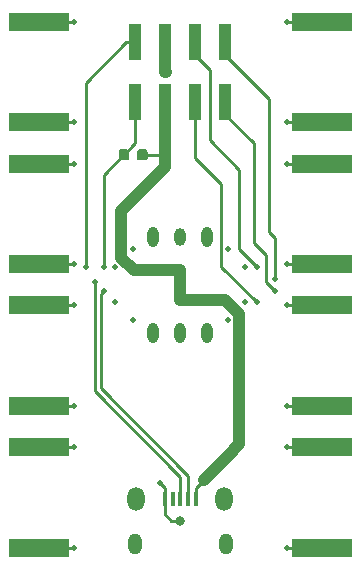
<source format=gbl>
G04 #@! TF.GenerationSoftware,KiCad,Pcbnew,6.0.0-unknown-70ca025~86~ubuntu16.04.1*
G04 #@! TF.CreationDate,2019-07-17T04:15:05+00:00*
G04 #@! TF.ProjectId,usb-type-c-breakout,7573622d-7479-4706-952d-632d62726561,rev?*
G04 #@! TF.SameCoordinates,Original*
G04 #@! TF.FileFunction,Copper,L4,Bot*
G04 #@! TF.FilePolarity,Positive*
%FSLAX46Y46*%
G04 Gerber Fmt 4.6, Leading zero omitted, Abs format (unit mm)*
G04 Created by KiCad (PCBNEW 6.0.0-unknown-70ca025~86~ubuntu16.04.1) date 2019-07-17 04:15:05*
%MOMM*%
%LPD*%
G04 APERTURE LIST*
%ADD10C,0.100000*%
%ADD11C,0.875000*%
%ADD12O,0.950000X1.750000*%
%ADD13O,1.000000X1.500000*%
%ADD14O,1.150000X1.800000*%
%ADD15O,1.450000X2.000000*%
%ADD16R,0.450000X1.300000*%
%ADD17R,5.080000X1.500000*%
%ADD18R,1.000000X3.150000*%
%ADD19C,0.508000*%
%ADD20C,0.800000*%
%ADD21C,1.000000*%
%ADD22C,0.270000*%
G04 APERTURE END LIST*
D10*
G36*
X95514962Y-88541651D02*
G01*
X95585930Y-88589070D01*
X95633349Y-88660038D01*
X95650000Y-88743750D01*
X95650000Y-89256250D01*
X95633349Y-89339962D01*
X95585930Y-89410930D01*
X95514962Y-89458349D01*
X95431250Y-89475000D01*
X94993750Y-89475000D01*
X94910038Y-89458349D01*
X94839070Y-89410930D01*
X94791651Y-89339962D01*
X94775000Y-89256250D01*
X94775000Y-88743750D01*
X94791651Y-88660038D01*
X94839070Y-88589070D01*
X94910038Y-88541651D01*
X94993750Y-88525000D01*
X95431250Y-88525000D01*
X95514962Y-88541651D01*
X95514962Y-88541651D01*
G37*
D11*
X95212500Y-89000000D03*
D10*
G36*
X97089962Y-88541651D02*
G01*
X97160930Y-88589070D01*
X97208349Y-88660038D01*
X97225000Y-88743750D01*
X97225000Y-89256250D01*
X97208349Y-89339962D01*
X97160930Y-89410930D01*
X97089962Y-89458349D01*
X97006250Y-89475000D01*
X96568750Y-89475000D01*
X96485038Y-89458349D01*
X96414070Y-89410930D01*
X96366651Y-89339962D01*
X96350000Y-89256250D01*
X96350000Y-88743750D01*
X96366651Y-88660038D01*
X96414070Y-88589070D01*
X96485038Y-88541651D01*
X96568750Y-88525000D01*
X97006250Y-88525000D01*
X97089962Y-88541651D01*
X97089962Y-88541651D01*
G37*
D11*
X96787500Y-89000000D03*
D12*
X102300000Y-104050000D03*
X97700000Y-104050000D03*
X102300000Y-95950000D03*
X97700000Y-95950000D03*
D13*
X100000000Y-95950000D03*
D12*
X100000000Y-104050000D03*
D14*
X96125000Y-121950000D03*
X103875000Y-121950000D03*
D15*
X96275000Y-118150000D03*
X103725000Y-118150000D03*
D16*
X98700000Y-118100000D03*
X99350000Y-118100000D03*
X100000000Y-118100000D03*
X100650000Y-118100000D03*
X101300000Y-118100000D03*
D17*
X88000000Y-86250000D03*
X88000000Y-77750000D03*
X88000000Y-98250000D03*
X88000000Y-89750000D03*
X88000000Y-110250000D03*
X88000000Y-101750000D03*
X88000000Y-122250000D03*
X88000000Y-113750000D03*
X112000000Y-113750000D03*
X112000000Y-122250000D03*
X112000000Y-101750000D03*
X112000000Y-110250000D03*
X112000000Y-89750000D03*
X112000000Y-98250000D03*
X112000000Y-77750000D03*
X112000000Y-86250000D03*
D18*
X96190000Y-79475000D03*
X96190000Y-84525000D03*
X98730000Y-79475000D03*
X98730000Y-84525000D03*
X101270000Y-79475000D03*
X101270000Y-84525000D03*
X103810000Y-79475000D03*
X103810000Y-84525000D03*
D19*
X110500000Y-122250000D03*
X112000000Y-122250000D03*
X113500000Y-122250000D03*
X113500000Y-113750000D03*
X112000000Y-113750000D03*
X110500000Y-113750000D03*
X110500000Y-110250000D03*
X112000000Y-110250000D03*
X113500000Y-110250000D03*
X113500000Y-101750000D03*
X112000000Y-101750000D03*
X110500000Y-101750000D03*
X113500000Y-98250000D03*
X112000000Y-98250000D03*
X110500000Y-98250000D03*
X110500000Y-89750000D03*
X112000000Y-89750000D03*
X113500000Y-89750000D03*
X113500000Y-86250000D03*
X110500000Y-86250000D03*
X112000000Y-86250000D03*
X113500000Y-77750000D03*
X112000000Y-77750000D03*
X110500000Y-77750000D03*
X86500000Y-122250000D03*
X89500000Y-122250000D03*
X88000000Y-122250000D03*
X86500000Y-113750000D03*
X88000000Y-113750000D03*
X89500000Y-113750000D03*
X89500000Y-110250000D03*
X88000000Y-110250000D03*
X86500000Y-110250000D03*
X86500000Y-101750000D03*
X88000000Y-101750000D03*
X89500000Y-101750000D03*
X89500000Y-98250000D03*
X88000000Y-98250000D03*
X86500000Y-98250000D03*
X86500000Y-89750000D03*
X88000000Y-89750000D03*
X89500000Y-89750000D03*
X89500000Y-86250000D03*
X88000000Y-86250000D03*
X86500000Y-86250000D03*
X89500000Y-77750000D03*
X88000000Y-77750000D03*
X86500000Y-77750000D03*
X104000000Y-103000000D03*
X96000000Y-97000000D03*
X96000000Y-103000000D03*
X104000000Y-97000000D03*
D20*
X100000000Y-120000000D03*
X98750000Y-82000000D03*
D19*
X98250000Y-116750000D03*
X92000000Y-98500000D03*
X92750000Y-99750000D03*
X109000000Y-77750000D03*
X109000000Y-86250000D03*
X109000000Y-89750000D03*
X109000000Y-98250000D03*
X109000000Y-101750000D03*
X109000000Y-110250000D03*
X109000000Y-113750000D03*
X109000000Y-122250000D03*
X91000000Y-122250000D03*
X91000000Y-113750000D03*
X91000000Y-110250000D03*
X91000000Y-101750000D03*
X91000000Y-98250000D03*
X91000000Y-89750000D03*
X91000000Y-86250000D03*
X91000000Y-77750000D03*
X106500000Y-101500000D03*
X108000000Y-100500000D03*
X108000000Y-99500000D03*
X106500000Y-98500000D03*
X93500000Y-100500000D03*
X93500000Y-98500000D03*
X105500000Y-101500000D03*
X105500000Y-98500000D03*
X94500000Y-101500000D03*
X94500000Y-98500000D03*
X100000000Y-101250000D03*
X100000000Y-98750000D03*
D21*
X95000000Y-97699078D02*
X96050922Y-98750000D01*
X98730000Y-88980000D02*
X98730000Y-90020000D01*
X98730000Y-90020000D02*
X95000000Y-93750000D01*
X96050922Y-98750000D02*
X96449078Y-98750000D01*
X95000000Y-93750000D02*
X95000000Y-97699078D01*
X96449078Y-98750000D02*
X100000000Y-98750000D01*
X105000000Y-102500000D02*
X105000000Y-113500000D01*
X105000000Y-113500000D02*
X104000000Y-114500000D01*
X103750000Y-101250000D02*
X105000000Y-102500000D01*
X100000000Y-101250000D02*
X103750000Y-101250000D01*
X104000000Y-114500000D02*
X102000000Y-116500000D01*
D22*
X102500000Y-87750000D02*
X105000000Y-90250000D01*
X102500000Y-81780000D02*
X102500000Y-87750000D01*
X101270000Y-80550000D02*
X102500000Y-81780000D01*
X105000000Y-90250000D02*
X105000000Y-97000000D01*
X101270000Y-79475000D02*
X101270000Y-80550000D01*
X105000000Y-97000000D02*
X106500000Y-98500000D01*
X107500000Y-84240000D02*
X107500000Y-95500000D01*
X103810000Y-79475000D02*
X103810000Y-80550000D01*
X103810000Y-80550000D02*
X107500000Y-84240000D01*
X108000000Y-96000000D02*
X107500000Y-95500000D01*
X108000000Y-99500000D02*
X108000000Y-96000000D01*
X106250000Y-96500000D02*
X107250000Y-97500000D01*
X107250000Y-97500000D02*
X107250000Y-99750000D01*
X106250000Y-88040000D02*
X106250000Y-96500000D01*
X103810000Y-84525000D02*
X103810000Y-85600000D01*
X103810000Y-85600000D02*
X106250000Y-88040000D01*
X107485999Y-99985999D02*
X107250000Y-99750000D01*
X108000000Y-100500000D02*
X107485999Y-99985999D01*
X101270000Y-84525000D02*
X101270000Y-89270000D01*
X101270000Y-89270000D02*
X103485999Y-91485999D01*
X103485999Y-91485999D02*
X103485999Y-98485999D01*
X103485999Y-98485999D02*
X106500000Y-101500000D01*
X98700000Y-118100000D02*
X98700000Y-119450000D01*
X99250000Y-120000000D02*
X100000000Y-120000000D01*
X99250000Y-120000000D02*
X98700000Y-119450000D01*
D21*
X98730000Y-79475000D02*
X98730000Y-81980000D01*
X98730000Y-81980000D02*
X98750000Y-82000000D01*
D22*
X96190000Y-84525000D02*
X96190000Y-88022500D01*
X96190000Y-88022500D02*
X93500000Y-90712500D01*
X93500000Y-98140790D02*
X93500000Y-98500000D01*
X93500000Y-90712500D02*
X93500000Y-98140790D01*
D21*
X98730000Y-84525000D02*
X98730000Y-88980000D01*
D22*
X98710000Y-89000000D02*
X98730000Y-88980000D01*
X96787500Y-89000000D02*
X98710000Y-89000000D01*
D21*
X100000000Y-101250000D02*
X100000000Y-98750000D01*
D22*
X101750000Y-116750000D02*
X102000000Y-116500000D01*
X101730000Y-116750000D02*
X101750000Y-116750000D01*
X93250000Y-108750000D02*
X100650000Y-116150000D01*
X93246001Y-100753999D02*
X93250000Y-100757998D01*
X93250000Y-100757998D02*
X93250000Y-108750000D01*
X93500000Y-100500000D02*
X93246001Y-100753999D01*
X100650000Y-116150000D02*
X100650000Y-118100000D01*
X92750000Y-109000000D02*
X100000000Y-116250000D01*
X100000000Y-116250000D02*
X100000000Y-118100000D01*
X92750000Y-99750000D02*
X92750000Y-109000000D01*
X101300000Y-118100000D02*
X101300000Y-117180000D01*
X101300000Y-117180000D02*
X101730000Y-116750000D01*
X98700000Y-118100000D02*
X98700000Y-117200000D01*
X98700000Y-117200000D02*
X98250000Y-116750000D01*
X92000000Y-98500000D02*
X92000000Y-82895000D01*
X92000000Y-82895000D02*
X95420000Y-79475000D01*
X95420000Y-79475000D02*
X96190000Y-79475000D01*
X112000000Y-77750000D02*
X109000000Y-77750000D01*
X112000000Y-86250000D02*
X109000000Y-86250000D01*
X109000000Y-89750000D02*
X112000000Y-89750000D01*
X112000000Y-98250000D02*
X109000000Y-98250000D01*
X109000000Y-101750000D02*
X112000000Y-101750000D01*
X112000000Y-110250000D02*
X109000000Y-110250000D01*
X109000000Y-113750000D02*
X112000000Y-113750000D01*
X112000000Y-122250000D02*
X109000000Y-122250000D01*
X91000000Y-122250000D02*
X88000000Y-122250000D01*
X88000000Y-113750000D02*
X91000000Y-113750000D01*
X91000000Y-110250000D02*
X88000000Y-110250000D01*
X88000000Y-101750000D02*
X91000000Y-101750000D01*
X91000000Y-98250000D02*
X88000000Y-98250000D01*
X88000000Y-89750000D02*
X91000000Y-89750000D01*
X91000000Y-86250000D02*
X88000000Y-86250000D01*
X88000000Y-77750000D02*
X91000000Y-77750000D01*
M02*

</source>
